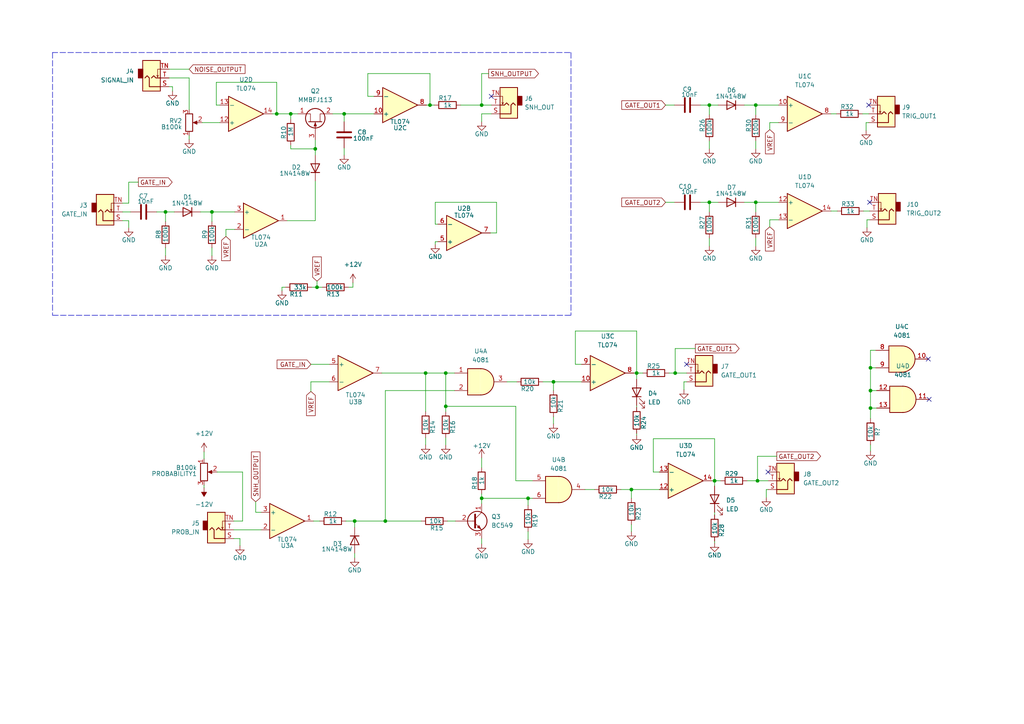
<source format=kicad_sch>
(kicad_sch (version 20211123) (generator eeschema)
  (paper "A4")
  (lib_symbols
    (symbol "4xxx:4081" (pin_names (offset 1.016))
      (property "Reference" "U" (at 0 1.27 0))
      (property "Value" "4081" (at 0 -1.27 0))
      (symbol "4081_1_1"
        (arc (start 0 -3.81) (mid 3.81 0) (end 0 3.81) (stroke (width 0.254)) (fill (type background)))
        (polyline (pts (xy 0 3.81) (xy -3.81 3.81) (xy -3.81 -3.81) (xy 0 -3.81)) (stroke (width 0.254)) (fill (type background)))
        (pin input line (at -7.62 2.54 0) (length 3.81) (name "~") (number "1"))
        (pin input line (at -7.62 -2.54 0) (length 3.81) (name "~") (number "2"))
        (pin output line (at 7.62 0 180) (length 3.81) (name "~") (number "3"))
      )
      (symbol "4081_1_2"
        (arc (start -3.81 -3.81) (mid -2.589 0) (end -3.81 3.81) (stroke (width 0.254)))
        (arc (start -0.6096 -3.81) (mid 2.1842 -2.5851) (end 3.81 0) (stroke (width 0.254)) (fill (type background)))
        (polyline (pts (xy -3.81 -3.81) (xy -0.635 -3.81)) (stroke (width 0.254)) (fill (type background)))
        (polyline (pts (xy -3.81 3.81) (xy -0.635 3.81)) (stroke (width 0.254)) (fill (type background)))
        (polyline (pts (xy -0.635 3.81) (xy -3.81 3.81) (xy -3.81 3.81) (xy -3.556 3.4036) (xy -3.0226 2.2606) (xy -2.6924 1.0414) (xy -2.6162 -0.254) (xy -2.7686 -1.4986) (xy -3.175 -2.7178) (xy -3.81 -3.81) (xy -3.81 -3.81) (xy -0.635 -3.81)) (stroke (width -25.4)) (fill (type background)))
        (arc (start 3.81 0) (mid 2.1915 2.5936) (end -0.6096 3.81) (stroke (width 0.254)) (fill (type background)))
        (pin input inverted (at -7.62 2.54 0) (length 4.318) (name "~") (number "1"))
        (pin input inverted (at -7.62 -2.54 0) (length 4.318) (name "~") (number "2"))
        (pin output inverted (at 7.62 0 180) (length 3.81) (name "~") (number "3"))
      )
      (symbol "4081_2_1"
        (arc (start 0 -3.81) (mid 3.81 0) (end 0 3.81) (stroke (width 0.254)) (fill (type background)))
        (polyline (pts (xy 0 3.81) (xy -3.81 3.81) (xy -3.81 -3.81) (xy 0 -3.81)) (stroke (width 0.254)) (fill (type background)))
        (pin output line (at 7.62 0 180) (length 3.81) (name "~") (number "4"))
        (pin input line (at -7.62 2.54 0) (length 3.81) (name "~") (number "5"))
        (pin input line (at -7.62 -2.54 0) (length 3.81) (name "~") (number "6"))
      )
      (symbol "4081_2_2"
        (arc (start -3.81 -3.81) (mid -2.589 0) (end -3.81 3.81) (stroke (width 0.254)))
        (arc (start -0.6096 -3.81) (mid 2.1842 -2.5851) (end 3.81 0) (stroke (width 0.254)) (fill (type background)))
        (polyline (pts (xy -3.81 -3.81) (xy -0.635 -3.81)) (stroke (width 0.254)) (fill (type background)))
        (polyline (pts (xy -3.81 3.81) (xy -0.635 3.81)) (stroke (width 0.254)) (fill (type background)))
        (polyline (pts (xy -0.635 3.81) (xy -3.81 3.81) (xy -3.81 3.81) (xy -3.556 3.4036) (xy -3.0226 2.2606) (xy -2.6924 1.0414) (xy -2.6162 -0.254) (xy -2.7686 -1.4986) (xy -3.175 -2.7178) (xy -3.81 -3.81) (xy -3.81 -3.81) (xy -0.635 -3.81)) (stroke (width -25.4)) (fill (type background)))
        (arc (start 3.81 0) (mid 2.1915 2.5936) (end -0.6096 3.81) (stroke (width 0.254)) (fill (type background)))
        (pin output inverted (at 7.62 0 180) (length 3.81) (name "~") (number "4"))
        (pin input inverted (at -7.62 2.54 0) (length 4.318) (name "~") (number "5"))
        (pin input inverted (at -7.62 -2.54 0) (length 4.318) (name "~") (number "6"))
      )
      (symbol "4081_3_1"
        (arc (start 0 -3.81) (mid 3.81 0) (end 0 3.81) (stroke (width 0.254)) (fill (type background)))
        (polyline (pts (xy 0 3.81) (xy -3.81 3.81) (xy -3.81 -3.81) (xy 0 -3.81)) (stroke (width 0.254)) (fill (type background)))
        (pin output line (at 7.62 0 180) (length 3.81) (name "~") (number "10"))
        (pin input line (at -7.62 2.54 0) (length 3.81) (name "~") (number "8"))
        (pin input line (at -7.62 -2.54 0) (length 3.81) (name "~") (number "9"))
      )
      (symbol "4081_3_2"
        (arc (start -3.81 -3.81) (mid -2.589 0) (end -3.81 3.81) (stroke (width 0.254)))
        (arc (start -0.6096 -3.81) (mid 2.1842 -2.5851) (end 3.81 0) (stroke (width 0.254)) (fill (type background)))
        (polyline (pts (xy -3.81 -3.81) (xy -0.635 -3.81)) (stroke (width 0.254)) (fill (type background)))
        (polyline (pts (xy -3.81 3.81) (xy -0.635 3.81)) (stroke (width 0.254)) (fill (type background)))
        (polyline (pts (xy -0.635 3.81) (xy -3.81 3.81) (xy -3.81 3.81) (xy -3.556 3.4036) (xy -3.0226 2.2606) (xy -2.6924 1.0414) (xy -2.6162 -0.254) (xy -2.7686 -1.4986) (xy -3.175 -2.7178) (xy -3.81 -3.81) (xy -3.81 -3.81) (xy -0.635 -3.81)) (stroke (width -25.4)) (fill (type background)))
        (arc (start 3.81 0) (mid 2.1915 2.5936) (end -0.6096 3.81) (stroke (width 0.254)) (fill (type background)))
        (pin output inverted (at 7.62 0 180) (length 3.81) (name "~") (number "10"))
        (pin input inverted (at -7.62 2.54 0) (length 4.318) (name "~") (number "8"))
        (pin input inverted (at -7.62 -2.54 0) (length 4.318) (name "~") (number "9"))
      )
      (symbol "4081_4_1"
        (arc (start 0 -3.81) (mid 3.81 0) (end 0 3.81) (stroke (width 0.254)) (fill (type background)))
        (polyline (pts (xy 0 3.81) (xy -3.81 3.81) (xy -3.81 -3.81) (xy 0 -3.81)) (stroke (width 0.254)) (fill (type background)))
        (pin output line (at 7.62 0 180) (length 3.81) (name "~") (number "11"))
        (pin input line (at -7.62 2.54 0) (length 3.81) (name "~") (number "12"))
        (pin input line (at -7.62 -2.54 0) (length 3.81) (name "~") (number "13"))
      )
      (symbol "4081_4_2"
        (arc (start -3.81 -3.81) (mid -2.589 0) (end -3.81 3.81) (stroke (width 0.254)))
        (arc (start -0.6096 -3.81) (mid 2.1842 -2.5851) (end 3.81 0) (stroke (width 0.254)) (fill (type background)))
        (polyline (pts (xy -3.81 -3.81) (xy -0.635 -3.81)) (stroke (width 0.254)) (fill (type background)))
        (polyline (pts (xy -3.81 3.81) (xy -0.635 3.81)) (stroke (width 0.254)) (fill (type background)))
        (polyline (pts (xy -0.635 3.81) (xy -3.81 3.81) (xy -3.81 3.81) (xy -3.556 3.4036) (xy -3.0226 2.2606) (xy -2.6924 1.0414) (xy -2.6162 -0.254) (xy -2.7686 -1.4986) (xy -3.175 -2.7178) (xy -3.81 -3.81) (xy -3.81 -3.81) (xy -0.635 -3.81)) (stroke (width -25.4)) (fill (type background)))
        (arc (start 3.81 0) (mid 2.1915 2.5936) (end -0.6096 3.81) (stroke (width 0.254)) (fill (type background)))
        (pin output inverted (at 7.62 0 180) (length 3.81) (name "~") (number "11"))
        (pin input inverted (at -7.62 2.54 0) (length 4.318) (name "~") (number "12"))
        (pin input inverted (at -7.62 -2.54 0) (length 4.318) (name "~") (number "13"))
      )
      (symbol "4081_5_0"
        (pin power_in line (at 0 12.7 270) (length 5.08) (name "VDD") (number "14"))
        (pin power_in line (at 0 -12.7 90) (length 5.08) (name "VSS") (number "7"))
      )
      (symbol "4081_5_1"
        (rectangle (start -5.08 7.62) (end 5.08 -7.62) (stroke (width 0.254)) (fill (type background)))
      )
    )
    (symbol "Amplifier_Operational:TL074" (pin_names (offset 0.127))
      (property "Reference" "U" (at 0 5.08 0))
      (property "Value" "TL074" (at 0 -5.08 0))
      (symbol "TL074_1_1"
        (polyline (pts (xy -5.08 5.08) (xy 5.08 0) (xy -5.08 -5.08) (xy -5.08 5.08)) (stroke (width 0.254)) (fill (type background)))
        (pin output line (at 7.62 0 180) (length 2.54) (name "~") (number "1"))
        (pin input line (at -7.62 -2.54 0) (length 2.54) (name "-") (number "2"))
        (pin input line (at -7.62 2.54 0) (length 2.54) (name "+") (number "3"))
      )
      (symbol "TL074_2_1"
        (polyline (pts (xy -5.08 5.08) (xy 5.08 0) (xy -5.08 -5.08) (xy -5.08 5.08)) (stroke (width 0.254)) (fill (type background)))
        (pin input line (at -7.62 2.54 0) (length 2.54) (name "+") (number "5"))
        (pin input line (at -7.62 -2.54 0) (length 2.54) (name "-") (number "6"))
        (pin output line (at 7.62 0 180) (length 2.54) (name "~") (number "7"))
      )
      (symbol "TL074_3_1"
        (polyline (pts (xy -5.08 5.08) (xy 5.08 0) (xy -5.08 -5.08) (xy -5.08 5.08)) (stroke (width 0.254)) (fill (type background)))
        (pin input line (at -7.62 2.54 0) (length 2.54) (name "+") (number "10"))
        (pin output line (at 7.62 0 180) (length 2.54) (name "~") (number "8"))
        (pin input line (at -7.62 -2.54 0) (length 2.54) (name "-") (number "9"))
      )
      (symbol "TL074_4_1"
        (polyline (pts (xy -5.08 5.08) (xy 5.08 0) (xy -5.08 -5.08) (xy -5.08 5.08)) (stroke (width 0.254)) (fill (type background)))
        (pin input line (at -7.62 2.54 0) (length 2.54) (name "+") (number "12"))
        (pin input line (at -7.62 -2.54 0) (length 2.54) (name "-") (number "13"))
        (pin output line (at 7.62 0 180) (length 2.54) (name "~") (number "14"))
      )
      (symbol "TL074_5_1"
        (pin power_in line (at -2.54 -7.62 90) (length 3.81) (name "V-") (number "11"))
        (pin power_in line (at -2.54 7.62 270) (length 3.81) (name "V+") (number "4"))
      )
    )
    (symbol "Connector:AudioJack2_SwitchT"
      (property "Reference" "J" (at 0 8.89 0))
      (property "Value" "AudioJack2_SwitchT" (at 0 6.35 0))
      (symbol "AudioJack2_SwitchT_0_1"
        (rectangle (start -2.54 0) (end -3.81 -2.54) (stroke (width 0.254)) (fill (type outline)))
        (polyline (pts (xy 1.778 -0.254) (xy 2.032 -0.762)))
        (polyline (pts (xy 0 0) (xy 0.635 -0.635) (xy 1.27 0) (xy 2.54 0)) (stroke (width 0.254)))
        (polyline (pts (xy 2.54 -2.54) (xy 1.778 -2.54) (xy 1.778 -0.254) (xy 1.524 -0.762)))
        (polyline (pts (xy 2.54 2.54) (xy -0.635 2.54) (xy -0.635 0) (xy -1.27 -0.635) (xy -1.905 0)) (stroke (width 0.254)))
        (rectangle (start 2.54 3.81) (end -2.54 -5.08) (stroke (width 0.254)) (fill (type background)))
      )
      (symbol "AudioJack2_SwitchT_1_1"
        (pin passive line (at 5.08 2.54 180) (length 2.54) (name "~") (number "S"))
        (pin passive line (at 5.08 0 180) (length 2.54) (name "~") (number "T"))
        (pin passive line (at 5.08 -2.54 180) (length 2.54) (name "~") (number "TN"))
      )
    )
    (symbol "Device:C" (pin_numbers hide) (pin_names (offset 0.254))
      (property "Reference" "C" (at 0.635 2.54 0))
      (property "Value" "C" (at 0.635 -2.54 0))
      (symbol "C_0_1"
        (polyline (pts (xy -2.032 -0.762) (xy 2.032 -0.762)) (stroke (width 0.508)))
        (polyline (pts (xy -2.032 0.762) (xy 2.032 0.762)) (stroke (width 0.508)))
      )
      (symbol "C_1_1"
        (pin passive line (at 0 3.81 270) (length 2.794) (name "~") (number "1"))
        (pin passive line (at 0 -3.81 90) (length 2.794) (name "~") (number "2"))
      )
    )
    (symbol "Device:LED" (pin_numbers hide) (pin_names (offset 1.016) hide)
      (property "Reference" "D" (at 0 2.54 0))
      (property "Value" "LED" (at 0 -2.54 0))
      (symbol "LED_0_1"
        (polyline (pts (xy -1.27 -1.27) (xy -1.27 1.27)) (stroke (width 0.254)))
        (polyline (pts (xy -1.27 0) (xy 1.27 0)))
        (polyline (pts (xy 1.27 -1.27) (xy 1.27 1.27) (xy -1.27 0) (xy 1.27 -1.27)) (stroke (width 0.254)))
        (polyline (pts (xy -3.048 -0.762) (xy -4.572 -2.286) (xy -3.81 -2.286) (xy -4.572 -2.286) (xy -4.572 -1.524)))
        (polyline (pts (xy -1.778 -0.762) (xy -3.302 -2.286) (xy -2.54 -2.286) (xy -3.302 -2.286) (xy -3.302 -1.524)))
      )
      (symbol "LED_1_1"
        (pin passive line (at -3.81 0 0) (length 2.54) (name "K") (number "1"))
        (pin passive line (at 3.81 0 180) (length 2.54) (name "A") (number "2"))
      )
    )
    (symbol "Device:R" (pin_numbers hide) (pin_names (offset 0))
      (property "Reference" "R" (at 2.032 0 90))
      (property "Value" "R" (at 0 0 90))
      (symbol "R_0_1"
        (rectangle (start -1.016 -2.54) (end 1.016 2.54) (stroke (width 0.254)))
      )
      (symbol "R_1_1"
        (pin passive line (at 0 3.81 270) (length 1.27) (name "~") (number "1"))
        (pin passive line (at 0 -3.81 90) (length 1.27) (name "~") (number "2"))
      )
    )
    (symbol "Device:R_Potentiometer" (pin_names (offset 1.016) hide)
      (property "Reference" "RV" (at -4.445 0 90))
      (property "Value" "R_Potentiometer" (at -2.54 0 90))
      (symbol "R_Potentiometer_0_1"
        (polyline (pts (xy 2.54 0) (xy 1.524 0)))
        (polyline (pts (xy 1.143 0) (xy 2.286 0.508) (xy 2.286 -0.508) (xy 1.143 0)) (fill (type outline)))
        (rectangle (start 1.016 2.54) (end -1.016 -2.54) (stroke (width 0.254)))
      )
      (symbol "R_Potentiometer_1_1"
        (pin passive line (at 0 3.81 270) (length 1.27) (name "1") (number "1"))
        (pin passive line (at 3.81 0 180) (length 1.27) (name "2") (number "2"))
        (pin passive line (at 0 -3.81 90) (length 1.27) (name "3") (number "3"))
      )
    )
    (symbol "Diode:1N4148W" (pin_numbers hide) (pin_names hide)
      (property "Reference" "D" (at 0 2.54 0))
      (property "Value" "1N4148W" (at 0 -2.54 0))
      (symbol "1N4148W_0_1"
        (polyline (pts (xy -1.27 1.27) (xy -1.27 -1.27)) (stroke (width 0.254)))
        (polyline (pts (xy 1.27 0) (xy -1.27 0)))
        (polyline (pts (xy 1.27 1.27) (xy 1.27 -1.27) (xy -1.27 0) (xy 1.27 1.27)) (stroke (width 0.254)))
      )
      (symbol "1N4148W_1_1"
        (pin passive line (at -3.81 0 0) (length 2.54) (name "K") (number "1"))
        (pin passive line (at 3.81 0 180) (length 2.54) (name "A") (number "2"))
      )
    )
    (symbol "Transistor_BJT:BC549" (pin_names (offset 0) hide)
      (property "Reference" "Q" (at 5.08 1.905 0))
      (property "Value" "BC549" (at 5.08 0 0))
      (symbol "BC549_0_1"
        (polyline (pts (xy 0 0) (xy 0.635 0)))
        (polyline (pts (xy 0.635 0.635) (xy 2.54 2.54)))
        (polyline (pts (xy 0.635 -0.635) (xy 2.54 -2.54) (xy 2.54 -2.54)))
        (polyline (pts (xy 0.635 1.905) (xy 0.635 -1.905) (xy 0.635 -1.905)) (stroke (width 0.508)))
        (polyline (pts (xy 1.27 -1.778) (xy 1.778 -1.27) (xy 2.286 -2.286) (xy 1.27 -1.778) (xy 1.27 -1.778)) (fill (type outline)))
        (circle (center 1.27 0) (radius 2.8194) (stroke (width 0.254)))
      )
      (symbol "BC549_1_1"
        (pin passive line (at 2.54 5.08 270) (length 2.54) (name "C") (number "1"))
        (pin input line (at -5.08 0 0) (length 5.08) (name "B") (number "2"))
        (pin passive line (at 2.54 -5.08 90) (length 2.54) (name "E") (number "3"))
      )
    )
    (symbol "Transistor_FET:MMBFJ113" (pin_names hide)
      (property "Reference" "Q" (at 5.08 1.905 0))
      (property "Value" "MMBFJ113" (at 5.08 0 0))
      (symbol "MMBFJ113_0_1"
        (polyline (pts (xy 0.254 0) (xy -2.54 0)))
        (polyline (pts (xy 0.254 1.905) (xy 0.254 -1.905)) (stroke (width 0.254)))
        (polyline (pts (xy 2.54 -2.54) (xy 2.54 -1.397) (xy 0.254 -1.397)))
        (polyline (pts (xy 2.54 2.54) (xy 2.54 1.397) (xy 0.254 1.397)))
        (polyline (pts (xy 0 0) (xy -1.016 0.381) (xy -1.016 -0.381) (xy 0 0)) (fill (type outline)))
        (circle (center 1.27 0) (radius 2.8194) (stroke (width 0.254)))
      )
      (symbol "MMBFJ113_1_1"
        (pin passive line (at 2.54 5.08 270) (length 2.54) (name "D") (number "1"))
        (pin passive line (at 2.54 -5.08 90) (length 2.54) (name "S") (number "2"))
        (pin input line (at -5.08 0 0) (length 2.54) (name "G") (number "3"))
      )
    )
    (symbol "power:+12V" (power) (pin_names (offset 0))
      (property "Value" "+12V" (at 0 3.556 0))
      (symbol "+12V_0_1"
        (polyline (pts (xy -0.762 1.27) (xy 0 2.54)))
        (polyline (pts (xy 0 0) (xy 0 2.54)))
        (polyline (pts (xy 0 2.54) (xy 0.762 1.27)))
      )
      (symbol "+12V_1_1"
        (pin power_in line (at 0 0 90) (length 0) hide (name "+12V") (number "1"))
      )
    )
    (symbol "power:-12V" (power) (pin_names (offset 0))
      (property "Value" "-12V" (at 0 3.81 0))
      (symbol "-12V_0_0"
        (pin power_in line (at 0 0 90) (length 0) hide (name "-12V") (number "1"))
      )
      (symbol "-12V_0_1"
        (polyline (pts (xy 0 0) (xy 0 1.27) (xy 0.762 1.27) (xy 0 2.54) (xy -0.762 1.27) (xy 0 1.27)) (fill (type outline)))
      )
    )
    (symbol "power:GND" (power) (pin_names (offset 0))
      (property "Value" "GND" (at 0 -3.81 0))
      (symbol "GND_0_1"
        (polyline (pts (xy 0 0) (xy 0 -1.27) (xy 1.27 -1.27) (xy 0 -2.54) (xy -1.27 -1.27) (xy 0 -1.27)))
      )
      (symbol "GND_1_1"
        (pin power_in line (at 0 0 270) (length 0) hide (name "GND") (number "1"))
      )
    )
  )
  (junction (at 205.74 58.674))
  (junction (at 252.476 113.284))
  (junction (at 195.834 108.204))
  (junction (at 124.714 30.48))
  (junction (at 91.948 83.312))
  (junction (at 184.658 108.204))
  (junction (at 129.286 117.856))
  (junction (at 102.87 151.13))
  (junction (at 129.286 108.204))
  (junction (at 61.468 61.468))
  (junction (at 80.264 33.02))
  (junction (at 139.7 30.48))
  (junction (at 160.528 110.744))
  (junction (at 252.476 106.68))
  (junction (at 207.264 139.446))
  (junction (at 219.71 139.446))
  (junction (at 99.822 33.02))
  (junction (at 139.7 144.526))
  (junction (at 48.006 61.468))
  (junction (at 183.134 141.986))
  (junction (at 84.328 33.02))
  (junction (at 252.476 118.364))
  (junction (at 205.74 30.48))
  (junction (at 123.444 108.204))
  (junction (at 219.202 58.674))
  (junction (at 219.202 30.48))
  (junction (at 91.44 43.18))
  (junction (at 111.76 151.13))
  (junction (at 153.162 144.526))
  (no_connect (at 142.494 27.94))
  (no_connect (at 222.758 136.906))
  (no_connect (at 269.24 104.14))
  (no_connect (at 251.968 30.48))
  (no_connect (at 269.494 115.824))
  (no_connect (at 199.136 105.664))
  (no_connect (at 252.222 58.674))
  (wire (pts (xy 225.298 132.334) (xy 219.71 132.334)))
  (wire (pts (xy 189.484 136.906) (xy 189.484 127.254)))
  (wire (pts (xy 61.468 61.468) (xy 61.468 64.262)))
  (wire (pts (xy 59.182 140.716) (xy 59.182 141.478)))
  (wire (pts (xy 67.818 151.13) (xy 70.358 151.13)))
  (wire (pts (xy 139.7 132.842) (xy 139.7 135.636)))
  (wire (pts (xy 84.328 43.18) (xy 91.44 43.18)))
  (wire (pts (xy 84.328 42.164) (xy 84.328 43.18)))
  (wire (pts (xy 37.338 66.04) (xy 37.338 64.008)))
  (wire (pts (xy 142.24 67.564) (xy 144.018 67.564)))
  (wire (pts (xy 48.006 61.468) (xy 48.006 64.262)))
  (wire (pts (xy 78.994 33.02) (xy 80.264 33.02)))
  (wire (pts (xy 206.502 139.446) (xy 207.264 139.446)))
  (wire (pts (xy 74.168 145.542) (xy 74.168 148.59)))
  (wire (pts (xy 50.038 26.416) (xy 50.038 25.146)))
  (wire (pts (xy 193.04 58.674) (xy 195.58 58.674)))
  (wire (pts (xy 123.444 108.204) (xy 123.444 119.38)))
  (wire (pts (xy 58.166 61.468) (xy 61.468 61.468)))
  (wire (pts (xy 91.44 52.578) (xy 91.44 64.008)))
  (wire (pts (xy 62.992 136.906) (xy 70.358 136.906)))
  (wire (pts (xy 157.48 110.744) (xy 160.528 110.744)))
  (wire (pts (xy 252.476 106.68) (xy 254 106.68)))
  (wire (pts (xy 80.264 33.02) (xy 84.328 33.02)))
  (wire (pts (xy 129.286 117.856) (xy 149.606 117.856)))
  (wire (pts (xy 225.806 63.754) (xy 223.266 63.754)))
  (wire (pts (xy 139.7 30.48) (xy 139.7 21.336)))
  (wire (pts (xy 184.658 108.204) (xy 186.436 108.204)))
  (wire (pts (xy 70.358 136.906) (xy 70.358 151.13)))
  (wire (pts (xy 61.468 61.468) (xy 68.072 61.468)))
  (wire (pts (xy 59.182 131.064) (xy 59.182 133.096)))
  (wire (pts (xy 54.864 22.606) (xy 54.864 31.75)))
  (wire (pts (xy 223.266 63.754) (xy 223.266 65.786)))
  (wire (pts (xy 37.338 52.832) (xy 37.338 58.928)))
  (wire (pts (xy 252.476 118.364) (xy 252.476 121.412)))
  (polyline (pts (xy 15.24 15.24) (xy 15.24 91.44)))
  (wire (pts (xy 184.658 117.602) (xy 184.658 118.11)))
  (wire (pts (xy 139.7 33.02) (xy 139.7 35.306)))
  (wire (pts (xy 133.604 30.48) (xy 139.7 30.48)))
  (wire (pts (xy 241.046 61.214) (xy 242.824 61.214)))
  (wire (pts (xy 252.476 118.364) (xy 254.254 118.364)))
  (wire (pts (xy 100.33 151.13) (xy 102.87 151.13)))
  (wire (pts (xy 65.532 66.548) (xy 65.532 68.58)))
  (wire (pts (xy 67.818 153.67) (xy 75.692 153.67)))
  (wire (pts (xy 37.338 64.008) (xy 35.56 64.008)))
  (wire (pts (xy 49.022 20.066) (xy 54.864 20.066)))
  (wire (pts (xy 219.202 58.674) (xy 225.806 58.674)))
  (wire (pts (xy 62.738 23.876) (xy 80.264 23.876)))
  (wire (pts (xy 129.794 151.13) (xy 132.08 151.13)))
  (wire (pts (xy 160.528 110.744) (xy 168.656 110.744)))
  (wire (pts (xy 90.17 113.538) (xy 90.17 110.744)))
  (wire (pts (xy 203.2 58.674) (xy 205.74 58.674)))
  (wire (pts (xy 124.714 30.48) (xy 125.984 30.48)))
  (wire (pts (xy 58.674 35.56) (xy 63.754 35.56)))
  (wire (pts (xy 207.264 148.59) (xy 207.264 149.352)))
  (wire (pts (xy 251.206 35.56) (xy 251.206 37.846)))
  (wire (pts (xy 153.162 154.178) (xy 153.162 156.464)))
  (wire (pts (xy 222.25 141.986) (xy 222.25 144.272)))
  (wire (pts (xy 225.806 35.56) (xy 223.266 35.56)))
  (wire (pts (xy 205.74 58.674) (xy 208.28 58.674)))
  (wire (pts (xy 91.948 83.312) (xy 93.472 83.312)))
  (wire (pts (xy 106.68 21.336) (xy 124.714 21.336)))
  (wire (pts (xy 205.74 69.088) (xy 205.74 71.374)))
  (wire (pts (xy 147.066 110.744) (xy 149.86 110.744)))
  (polyline (pts (xy 165.608 15.24) (xy 165.608 91.44)))
  (wire (pts (xy 205.74 30.48) (xy 205.74 33.274)))
  (wire (pts (xy 99.822 33.02) (xy 108.458 33.02)))
  (wire (pts (xy 160.528 120.904) (xy 160.528 122.936)))
  (wire (pts (xy 74.168 148.59) (xy 75.692 148.59)))
  (wire (pts (xy 195.834 101.092) (xy 195.834 108.204)))
  (wire (pts (xy 45.466 61.468) (xy 48.006 61.468)))
  (wire (pts (xy 207.264 156.972) (xy 207.264 157.48)))
  (wire (pts (xy 252.476 129.032) (xy 252.476 130.81)))
  (wire (pts (xy 68.072 66.548) (xy 65.532 66.548)))
  (polyline (pts (xy 15.24 91.44) (xy 165.608 91.44)))
  (wire (pts (xy 63.754 30.48) (xy 62.738 30.48)))
  (wire (pts (xy 82.804 83.312) (xy 81.788 83.312)))
  (wire (pts (xy 123.444 127) (xy 123.444 129.032)))
  (wire (pts (xy 91.44 64.008) (xy 83.312 64.008)))
  (wire (pts (xy 108.458 27.94) (xy 106.68 27.94)))
  (wire (pts (xy 90.17 105.664) (xy 95.504 105.664)))
  (wire (pts (xy 129.286 108.204) (xy 129.286 117.856)))
  (wire (pts (xy 252.476 106.68) (xy 252.476 113.284)))
  (wire (pts (xy 91.948 81.534) (xy 91.948 83.312)))
  (wire (pts (xy 215.9 58.674) (xy 219.202 58.674)))
  (wire (pts (xy 124.714 21.336) (xy 124.714 30.48)))
  (wire (pts (xy 169.672 141.986) (xy 172.466 141.986)))
  (wire (pts (xy 219.202 30.48) (xy 225.806 30.48)))
  (wire (pts (xy 139.7 21.336) (xy 141.732 21.336)))
  (wire (pts (xy 111.76 113.284) (xy 131.826 113.284)))
  (wire (pts (xy 219.71 132.334) (xy 219.71 139.446)))
  (wire (pts (xy 49.022 22.606) (xy 54.864 22.606)))
  (wire (pts (xy 106.68 27.94) (xy 106.68 21.336)))
  (wire (pts (xy 193.04 30.48) (xy 195.58 30.48)))
  (wire (pts (xy 139.7 156.21) (xy 139.7 157.734)))
  (wire (pts (xy 166.878 105.664) (xy 166.878 96.012)))
  (wire (pts (xy 168.656 105.664) (xy 166.878 105.664)))
  (wire (pts (xy 241.046 33.02) (xy 242.57 33.02)))
  (wire (pts (xy 90.17 110.744) (xy 95.504 110.744)))
  (wire (pts (xy 129.286 127) (xy 129.286 129.032)))
  (wire (pts (xy 69.596 158.242) (xy 69.596 156.21)))
  (wire (pts (xy 207.264 139.446) (xy 207.264 140.97)))
  (wire (pts (xy 126.238 58.674) (xy 126.238 65.024)))
  (wire (pts (xy 195.834 108.204) (xy 199.136 108.204)))
  (wire (pts (xy 48.006 71.882) (xy 48.006 74.168)))
  (wire (pts (xy 205.74 58.674) (xy 205.74 61.468)))
  (wire (pts (xy 91.44 43.18) (xy 91.44 44.958)))
  (wire (pts (xy 216.662 139.446) (xy 219.71 139.446)))
  (wire (pts (xy 207.264 139.446) (xy 209.042 139.446)))
  (wire (pts (xy 250.19 33.02) (xy 251.968 33.02)))
  (wire (pts (xy 126.238 65.024) (xy 127 65.024)))
  (wire (pts (xy 160.528 113.284) (xy 160.528 110.744)))
  (wire (pts (xy 250.444 61.214) (xy 252.222 61.214)))
  (wire (pts (xy 139.7 144.526) (xy 139.7 146.05)))
  (wire (pts (xy 219.202 69.088) (xy 219.202 71.374)))
  (wire (pts (xy 99.822 33.02) (xy 99.822 35.306)))
  (wire (pts (xy 149.606 139.446) (xy 154.432 139.446)))
  (wire (pts (xy 69.596 156.21) (xy 67.818 156.21)))
  (wire (pts (xy 110.744 108.204) (xy 123.444 108.204)))
  (wire (pts (xy 184.658 125.73) (xy 184.658 126.238)))
  (wire (pts (xy 183.896 108.204) (xy 184.658 108.204)))
  (wire (pts (xy 40.132 52.832) (xy 37.338 52.832)))
  (wire (pts (xy 183.134 152.146) (xy 183.134 154.178)))
  (wire (pts (xy 184.658 96.012) (xy 184.658 108.204)))
  (wire (pts (xy 219.202 30.48) (xy 219.202 33.274)))
  (wire (pts (xy 144.018 58.674) (xy 126.238 58.674)))
  (wire (pts (xy 223.266 35.56) (xy 223.266 37.592)))
  (wire (pts (xy 54.864 39.37) (xy 54.864 40.386)))
  (wire (pts (xy 184.658 108.204) (xy 184.658 109.982)))
  (polyline (pts (xy 165.354 15.24) (xy 15.24 15.24)))
  (wire (pts (xy 123.444 108.204) (xy 129.286 108.204)))
  (wire (pts (xy 139.7 144.526) (xy 153.162 144.526)))
  (wire (pts (xy 251.968 35.56) (xy 251.206 35.56)))
  (wire (pts (xy 183.134 141.986) (xy 191.262 141.986)))
  (wire (pts (xy 111.76 151.13) (xy 122.174 151.13)))
  (wire (pts (xy 90.932 151.13) (xy 92.71 151.13)))
  (wire (pts (xy 48.006 61.468) (xy 50.546 61.468)))
  (wire (pts (xy 124.714 30.48) (xy 123.698 30.48)))
  (wire (pts (xy 222.758 141.986) (xy 222.25 141.986)))
  (wire (pts (xy 183.134 144.526) (xy 183.134 141.986)))
  (wire (pts (xy 142.494 33.02) (xy 139.7 33.02)))
  (wire (pts (xy 201.676 101.092) (xy 195.834 101.092)))
  (wire (pts (xy 198.374 110.744) (xy 198.374 113.03)))
  (wire (pts (xy 102.87 160.528) (xy 102.87 161.798)))
  (wire (pts (xy 96.52 33.02) (xy 99.822 33.02)))
  (wire (pts (xy 50.038 25.146) (xy 49.022 25.146)))
  (wire (pts (xy 252.476 101.6) (xy 252.476 106.68)))
  (wire (pts (xy 139.7 143.256) (xy 139.7 144.526)))
  (wire (pts (xy 254 101.6) (xy 252.476 101.6)))
  (wire (pts (xy 102.87 151.13) (xy 102.87 152.908)))
  (wire (pts (xy 254.254 113.284) (xy 252.476 113.284)))
  (wire (pts (xy 251.46 63.754) (xy 251.46 66.04)))
  (wire (pts (xy 99.822 42.926) (xy 99.822 44.958)))
  (wire (pts (xy 139.7 30.48) (xy 142.494 30.48)))
  (wire (pts (xy 126.238 70.104) (xy 126.238 70.866)))
  (wire (pts (xy 81.788 83.312) (xy 81.788 84.328)))
  (wire (pts (xy 127 70.104) (xy 126.238 70.104)))
  (wire (pts (xy 129.286 117.856) (xy 129.286 119.38)))
  (wire (pts (xy 215.9 30.48) (xy 219.202 30.48)))
  (wire (pts (xy 37.338 58.928) (xy 35.56 58.928)))
  (wire (pts (xy 102.87 151.13) (xy 111.76 151.13)))
  (wire (pts (xy 219.202 58.674) (xy 219.202 61.468)))
  (wire (pts (xy 144.018 67.564) (xy 144.018 58.674)))
  (wire (pts (xy 35.56 61.468) (xy 37.846 61.468)))
  (wire (pts (xy 219.202 40.894) (xy 219.202 43.18)))
  (wire (pts (xy 153.162 144.526) (xy 154.432 144.526)))
  (wire (pts (xy 203.2 30.48) (xy 205.74 30.48)))
  (wire (pts (xy 149.606 117.856) (xy 149.606 139.446)))
  (wire (pts (xy 102.362 82.042) (xy 102.362 83.312)))
  (wire (pts (xy 111.76 113.284) (xy 111.76 151.13)))
  (wire (pts (xy 205.74 40.894) (xy 205.74 43.18)))
  (wire (pts (xy 61.468 71.882) (xy 61.468 74.168)))
  (wire (pts (xy 166.878 96.012) (xy 184.658 96.012)))
  (wire (pts (xy 153.162 144.526) (xy 153.162 146.558)))
  (wire (pts (xy 80.264 23.876) (xy 80.264 33.02)))
  (wire (pts (xy 90.424 83.312) (xy 91.948 83.312)))
  (wire (pts (xy 102.362 83.312) (xy 101.092 83.312)))
  (wire (pts (xy 207.264 127.254) (xy 207.264 139.446)))
  (wire (pts (xy 84.328 33.02) (xy 86.36 33.02)))
  (wire (pts (xy 205.74 30.48) (xy 208.28 30.48)))
  (wire (pts (xy 189.484 127.254) (xy 207.264 127.254)))
  (wire (pts (xy 199.136 110.744) (xy 198.374 110.744)))
  (wire (pts (xy 252.476 113.284) (xy 252.476 118.364)))
  (wire (pts (xy 194.056 108.204) (xy 195.834 108.204)))
  (wire (pts (xy 180.086 141.986) (xy 183.134 141.986)))
  (wire (pts (xy 62.738 30.48) (xy 62.738 23.876)))
  (wire (pts (xy 91.44 40.64) (xy 91.44 43.18)))
  (wire (pts (xy 252.222 63.754) (xy 251.46 63.754)))
  (wire (pts (xy 191.262 136.906) (xy 189.484 136.906)))
  (wire (pts (xy 219.71 139.446) (xy 222.758 139.446)))
  (wire (pts (xy 84.328 33.02) (xy 84.328 34.544)))
  (wire (pts (xy 129.286 108.204) (xy 131.826 108.204)))
  (global_label "GATE_OUT1" (shape input) (at 193.04 30.48 180) (property "Intersheet References" "${INTERSHEET_REFS}" (effects hide)))
  (global_label "GATE_IN" (shape output) (at 40.132 52.832 0) (property "Intersheet References" "${INTERSHEET_REFS}" (effects hide)))
  (global_label "GATE_OUT2" (shape input) (at 193.04 58.674 180) (property "Intersheet References" "${INTERSHEET_REFS}" (effects hide)))
  (global_label "VREF" (shape input) (at 65.532 68.58 270) (property "Intersheet References" "${INTERSHEET_REFS}" (effects hide)))
  (global_label "NOISE_OUTPUT" (shape input) (at 54.864 20.066 0) (property "Intersheet References" "${INTERSHEET_REFS}" (effects hide)))
  (global_label "VREF" (shape input) (at 91.948 81.534 90) (property "Intersheet References" "${INTERSHEET_REFS}" (effects hide)))
  (global_label "VREF" (shape input) (at 90.17 113.538 270) (property "Intersheet References" "${INTERSHEET_REFS}" (effects hide)))
  (global_label "SNH_OUTPUT" (shape input) (at 74.168 145.542 90) (property "Intersheet References" "${INTERSHEET_REFS}" (effects hide)))
  (global_label "GATE_IN" (shape input) (at 90.17 105.664 180) (property "Intersheet References" "${INTERSHEET_REFS}" (effects hide)))
  (global_label "GATE_OUT1" (shape output) (at 201.676 101.092 0) (property "Intersheet References" "${INTERSHEET_REFS}" (effects hide)))
  (global_label "GATE_OUT2" (shape output) (at 225.298 132.334 0) (property "Intersheet References" "${INTERSHEET_REFS}" (effects hide)))
  (global_label "VREF" (shape input) (at 223.266 65.786 270) (property "Intersheet References" "${INTERSHEET_REFS}" (effects hide)))
  (global_label "VREF" (shape input) (at 223.266 37.592 270) (property "Intersheet References" "${INTERSHEET_REFS}" (effects hide)))
  (global_label "SNH_OUTPUT" (shape output) (at 141.732 21.336 0) (property "Intersheet References" "${INTERSHEET_REFS}" (effects hide)))
  (symbol (lib_id "Connector:AudioJack2_SwitchT") (at 257.048 33.02 180) (unit 1)
    (property "Reference" "J9" (at 261.62 31.1149 0) (effects (justify right)))
    (property "Value" "TRIG_OUT1" (at 261.62 33.6549 0) (effects (justify right)))
    (property "Footprint" "benjiaomodular:AudioJack_3.5mm" (effects hide))
  )
  (symbol (lib_id "Device:R") (at 96.52 151.13 90) (unit 1)
    (property "Reference" "R12" (at 97.79 149.098 90) (effects (justify left)))
    (property "Value" "1k" (at 97.79 151.13 90) (effects (justify left)))
    (property "Footprint" "Resistor_SMD:R_0603_1608Metric_Pad0.98x0.95mm_HandSolder" (effects hide))
  )
  (symbol (lib_id "power:+12V") (at 102.362 82.042 0) (unit 1)
    (property "Reference" "#PWR029" (effects hide))
    (property "Value" "+12V" (at 102.362 76.708 0))
  )
  (symbol (lib_id "Device:C") (at 199.39 58.674 90) (unit 1)
    (property "Reference" "C10" (at 200.66 54.102 90) (effects (justify left)))
    (property "Value" "10nF" (at 202.438 55.626 90) (effects (justify left)))
    (property "Footprint" "Capacitor_SMD:C_0603_1608Metric_Pad1.08x0.95mm_HandSolder" (effects hide))
  )
  (symbol (lib_id "Connector:AudioJack2_SwitchT") (at 204.216 108.204 180) (unit 1)
    (property "Reference" "J7" (at 209.042 106.2989 0) (effects (justify right)))
    (property "Value" "GATE_OUT1" (at 209.042 108.8389 0) (effects (justify right)))
    (property "Footprint" "benjiaomodular:AudioJack_3.5mm" (effects hide))
  )
  (symbol (lib_id "power:+12V") (at 139.7 132.842 0) (unit 1)
    (property "Reference" "#PWR035" (effects hide))
    (property "Value" "+12V" (at 139.7 129.286 0))
  )
  (symbol (lib_id "Diode:1N4148W") (at 212.09 30.48 180) (unit 1)
    (property "Reference" "D6" (at 210.82 26.162 0) (effects (justify right)))
    (property "Value" "1N4148W" (at 207.518 27.94 0) (effects (justify right)))
    (property "Footprint" "Diode_SMD:D_SOD-123" (effects hide))
    (property "Datasheet" "https://www.vishay.com/docs/85748/1n4148w.pdf" (effects hide))
  )
  (symbol (lib_id "Amplifier_Operational:TL074") (at 83.312 151.13 0) (unit 1)
    (property "Reference" "U3" (at 83.312 158.242 0))
    (property "Value" "TL074" (at 83.312 156.464 0))
    (property "Footprint" "Package_SO:SOIC-14_3.9x8.7mm_P1.27mm" (effects hide))
    (property "Datasheet" "http://www.ti.com/lit/ds/symlink/tl071.pdf" (effects hide))
  )
  (symbol (lib_id "Device:R") (at 123.444 123.19 180) (unit 1)
    (property "Reference" "R14" (at 125.476 121.92 90) (effects (justify left)))
    (property "Value" "10k" (at 123.444 121.412 90) (effects (justify left)))
    (property "Footprint" "Resistor_SMD:R_0603_1608Metric_Pad0.98x0.95mm_HandSolder" (effects hide))
  )
  (symbol (lib_id "Device:R") (at 207.264 153.162 180) (unit 1)
    (property "Reference" "R28" (at 209.296 151.892 90) (effects (justify left)))
    (property "Value" "10k" (at 207.264 151.384 90) (effects (justify left)))
    (property "Footprint" "Resistor_SMD:R_0603_1608Metric_Pad0.98x0.95mm_HandSolder" (effects hide))
  )
  (symbol (lib_id "Amplifier_Operational:TL074") (at 176.276 108.204 0) (mirror x) (unit 3)
    (property "Reference" "U3" (at 176.276 97.536 0))
    (property "Value" "TL074" (at 176.276 100.076 0))
    (property "Footprint" "Package_SO:SOIC-14_3.9x8.7mm_P1.27mm" (effects hide))
    (property "Datasheet" "http://www.ti.com/lit/ds/symlink/tl071.pdf" (effects hide))
  )
  (symbol (lib_id "Amplifier_Operational:TL074") (at 233.426 61.214 0) (unit 4)
    (property "Reference" "U1" (at 233.426 51.308 0))
    (property "Value" "TL074" (at 233.426 53.848 0))
    (property "Footprint" "Package_SO:SOIC-14_3.9x8.7mm_P1.27mm" (effects hide))
    (property "Datasheet" "http://www.ti.com/lit/ds/symlink/tl071.pdf" (effects hide))
  )
  (symbol (lib_id "power:GND") (at 251.206 37.846 0) (unit 1)
    (property "Reference" "#PWR048" (effects hide))
    (property "Value" "GND" (at 251.206 41.402 0))
  )
  (symbol (lib_id "Device:R") (at 184.658 121.92 180) (unit 1)
    (property "Reference" "R24" (at 186.69 120.65 90) (effects (justify left)))
    (property "Value" "10k" (at 184.658 120.142 90) (effects (justify left)))
    (property "Footprint" "Resistor_SMD:R_0603_1608Metric_Pad0.98x0.95mm_HandSolder" (effects hide))
  )
  (symbol (lib_id "Device:C") (at 199.39 30.48 90) (unit 1)
    (property "Reference" "C9" (at 200.66 25.908 90) (effects (justify left)))
    (property "Value" "10nF" (at 202.438 27.432 90) (effects (justify left)))
    (property "Footprint" "Capacitor_SMD:C_0603_1608Metric_Pad1.08x0.95mm_HandSolder" (effects hide))
  )
  (symbol (lib_id "power:GND") (at 54.864 40.386 0) (unit 1)
    (property "Reference" "#PWR022" (effects hide))
    (property "Value" "GND" (at 54.864 43.942 0))
  )
  (symbol (lib_id "power:GND") (at 139.7 35.306 0) (unit 1)
    (property "Reference" "#PWR034" (effects hide))
    (property "Value" "GND" (at 139.7 38.862 0))
  )
  (symbol (lib_id "power:GND") (at 153.162 156.464 0) (unit 1)
    (property "Reference" "#PWR037" (effects hide))
    (property "Value" "GND" (at 153.162 160.02 0))
  )
  (symbol (lib_id "4xxx:4081") (at 139.446 110.744 0) (unit 1)
    (property "Reference" "U4" (at 139.446 101.854 0))
    (property "Value" "4081" (at 139.446 104.394 0))
    (property "Footprint" "Package_SO:SOIC-14_3.9x8.7mm_P1.27mm" (effects hide))
    (property "Datasheet" "http://www.intersil.com/content/dam/Intersil/documents/cd40/cd4073bms-81bms-82bms.pdf" (effects hide))
  )
  (symbol (lib_id "Device:R") (at 153.67 110.744 90) (unit 1)
    (property "Reference" "R20" (at 154.94 112.776 90) (effects (justify left)))
    (property "Value" "10k" (at 155.448 110.744 90) (effects (justify left)))
    (property "Footprint" "Resistor_SMD:R_0603_1608Metric_Pad0.98x0.95mm_HandSolder" (effects hide))
  )
  (symbol (lib_id "power:GND") (at 61.468 74.168 0) (unit 1)
    (property "Reference" "#PWR025" (effects hide))
    (property "Value" "GND" (at 61.468 77.724 0))
  )
  (symbol (lib_id "Device:R") (at 183.134 148.336 180) (unit 1)
    (property "Reference" "R23" (at 185.166 147.066 90) (effects (justify left)))
    (property "Value" "10k" (at 183.134 146.05 90) (effects (justify left)))
    (property "Footprint" "Resistor_SMD:R_0603_1608Metric_Pad0.98x0.95mm_HandSolder" (effects hide))
  )
  (symbol (lib_id "Device:R") (at 176.276 141.986 90) (unit 1)
    (property "Reference" "R22" (at 177.546 144.018 90) (effects (justify left)))
    (property "Value" "10k" (at 178.054 141.986 90) (effects (justify left)))
    (property "Footprint" "Resistor_SMD:R_0603_1608Metric_Pad0.98x0.95mm_HandSolder" (effects hide))
  )
  (symbol (lib_id "power:GND") (at 126.238 70.866 0) (unit 1)
    (property "Reference" "#PWR032" (effects hide))
    (property "Value" "GND" (at 126.238 74.422 0))
  )
  (symbol (lib_id "Amplifier_Operational:TL074") (at 71.374 33.02 0) (mirror x) (unit 4)
    (property "Reference" "U2" (at 71.374 23.114 0))
    (property "Value" "TL074" (at 71.374 25.654 0))
    (property "Footprint" "Package_SO:SOIC-14_3.9x8.7mm_P1.27mm" (effects hide))
    (property "Datasheet" "http://www.ti.com/lit/ds/symlink/tl071.pdf" (effects hide))
  )
  (symbol (lib_id "Amplifier_Operational:TL074") (at 233.426 33.02 0) (unit 3)
    (property "Reference" "U1" (at 233.426 22.098 0))
    (property "Value" "TL074" (at 233.426 24.638 0))
    (property "Footprint" "Package_SO:SOIC-14_3.9x8.7mm_P1.27mm" (effects hide))
    (property "Datasheet" "http://www.ti.com/lit/ds/symlink/tl071.pdf" (effects hide))
  )
  (symbol (lib_id "power:GND") (at 50.038 26.416 0) (unit 1)
    (property "Reference" "#PWR021" (effects hide))
    (property "Value" "GND" (at 50.038 29.972 0))
  )
  (symbol (lib_id "power:GND") (at 205.74 71.374 0) (unit 1)
    (property "Reference" "#PWR043" (effects hide))
    (property "Value" "GND" (at 205.74 74.93 0))
  )
  (symbol (lib_id "Device:R") (at 219.202 37.084 0) (unit 1)
    (property "Reference" "R30" (at 217.17 38.354 90) (effects (justify left)))
    (property "Value" "100k" (at 219.202 39.37 90) (effects (justify left)))
    (property "Footprint" "Resistor_SMD:R_0603_1608Metric_Pad0.98x0.95mm_HandSolder" (effects hide))
  )
  (symbol (lib_id "power:GND") (at 184.658 126.238 0) (unit 1)
    (property "Reference" "#PWR040" (effects hide))
    (property "Value" "GND" (at 184.658 129.794 0))
  )
  (symbol (lib_id "Device:R_Potentiometer") (at 54.864 35.56 0) (mirror x) (unit 1)
    (property "Reference" "RV2" (at 52.832 35.052 0) (effects (justify right)))
    (property "Value" "B100k" (at 52.832 36.8299 0) (effects (justify right)))
    (property "Footprint" "benjiaomodular:Potentiometer_RV09" (effects hide))
  )
  (symbol (lib_id "Device:R") (at 252.476 125.222 180) (unit 1)
    (property "Reference" "R?" (at 254.508 123.952 90) (effects (justify left)))
    (property "Value" "10k" (at 252.476 123.444 90) (effects (justify left)))
    (property "Footprint" "Resistor_SMD:R_0603_1608Metric_Pad0.98x0.95mm_HandSolder" (effects hide))
  )
  (symbol (lib_id "power:GND") (at 139.7 157.734 0) (unit 1)
    (property "Reference" "#PWR036" (effects hide))
    (property "Value" "GND" (at 139.7 161.29 0))
  )
  (symbol (lib_id "power:GND") (at 251.46 66.04 0) (unit 1)
    (property "Reference" "#PWR049" (effects hide))
    (property "Value" "GND" (at 251.46 69.596 0))
  )
  (symbol (lib_id "Device:R") (at 84.328 38.354 0) (unit 1)
    (property "Reference" "R10" (at 82.296 40.386 90) (effects (justify left)))
    (property "Value" "1M" (at 84.328 39.624 90) (effects (justify left)))
    (property "Footprint" "Resistor_SMD:R_0603_1608Metric_Pad0.98x0.95mm_HandSolder" (effects hide))
  )
  (symbol (lib_id "Amplifier_Operational:TL074") (at 75.692 64.008 0) (unit 1)
    (property "Reference" "U2" (at 75.692 70.866 0))
    (property "Value" "TL074" (at 75.692 68.834 0))
    (property "Footprint" "Package_SO:SOIC-14_3.9x8.7mm_P1.27mm" (effects hide))
    (property "Datasheet" "http://www.ti.com/lit/ds/symlink/tl071.pdf" (effects hide))
  )
  (symbol (lib_id "power:-12V") (at 59.182 141.478 180) (unit 1)
    (property "Reference" "#PWR024" (effects hide))
    (property "Value" "-12V" (at 59.182 146.304 0))
  )
  (symbol (lib_id "power:GND") (at 123.444 129.032 0) (unit 1)
    (property "Reference" "#PWR031" (effects hide))
    (property "Value" "GND" (at 123.444 132.588 0))
  )
  (symbol (lib_id "Diode:1N4148W") (at 54.356 61.468 180) (unit 1)
    (property "Reference" "D1" (at 53.086 57.15 0) (effects (justify right)))
    (property "Value" "1N4148W" (at 49.784 58.928 0) (effects (justify right)))
    (property "Footprint" "Diode_SMD:D_SOD-123" (effects hide))
    (property "Datasheet" "https://www.vishay.com/docs/85748/1n4148w.pdf" (effects hide))
  )
  (symbol (lib_id "Amplifier_Operational:TL074") (at 198.882 139.446 0) (mirror x) (unit 4)
    (property "Reference" "U3" (at 198.882 129.286 0))
    (property "Value" "TL074" (at 198.882 131.826 0))
    (property "Footprint" "Package_SO:SOIC-14_3.9x8.7mm_P1.27mm" (effects hide))
    (property "Datasheet" "http://www.ti.com/lit/ds/symlink/tl071.pdf" (effects hide))
  )
  (symbol (lib_id "4xxx:4081") (at 261.874 115.824 0) (unit 4)
    (property "Reference" "U4" (at 261.874 106.172 0))
    (property "Value" "4081" (at 261.874 108.712 0))
    (property "Footprint" "Package_SO:SOIC-14_3.9x8.7mm_P1.27mm" (effects hide))
    (property "Datasheet" "http://www.intersil.com/content/dam/Intersil/documents/cd40/cd4073bms-81bms-82bms.pdf" (effects hide))
  )
  (symbol (lib_id "Device:LED") (at 184.658 113.792 90) (unit 1)
    (property "Reference" "D4" (at 187.96 114.1094 90) (effects (justify right)))
    (property "Value" "LED" (at 187.96 116.6494 90) (effects (justify right)))
    (property "Footprint" "LED_SMD:LED_0805_2012Metric_Pad1.15x1.40mm_HandSolder" (effects hide))
  )
  (symbol (lib_id "Connector:AudioJack2_SwitchT") (at 62.738 153.67 0) (mirror x) (unit 1)
    (property "Reference" "J5" (at 57.912 151.7649 0) (effects (justify right)))
    (property "Value" "PROB_IN" (at 57.912 154.3049 0) (effects (justify right)))
    (property "Footprint" "benjiaomodular:AudioJack_3.5mm" (effects hide))
  )
  (symbol (lib_id "power:GND") (at 48.006 74.168 0) (unit 1)
    (property "Reference" "#PWR020" (effects hide))
    (property "Value" "GND" (at 48.006 77.724 0))
  )
  (symbol (lib_id "Device:R") (at 190.246 108.204 90) (unit 1)
    (property "Reference" "R25" (at 191.516 106.172 90) (effects (justify left)))
    (property "Value" "1k" (at 191.516 108.204 90) (effects (justify left)))
    (property "Footprint" "Resistor_SMD:R_0603_1608Metric_Pad0.98x0.95mm_HandSolder" (effects hide))
  )
  (symbol (lib_id "Device:C") (at 41.656 61.468 90) (unit 1)
    (property "Reference" "C7" (at 42.926 56.896 90) (effects (justify left)))
    (property "Value" "10nF" (at 44.704 58.42 90) (effects (justify left)))
    (property "Footprint" "Capacitor_SMD:C_0603_1608Metric_Pad1.08x0.95mm_HandSolder" (effects hide))
  )
  (symbol (lib_id "power:GND") (at 99.822 44.958 0) (unit 1)
    (property "Reference" "#PWR028" (effects hide))
    (property "Value" "GND" (at 99.822 48.514 0))
  )
  (symbol (lib_id "Device:R") (at 61.468 68.072 0) (unit 1)
    (property "Reference" "R9" (at 59.436 69.342 90) (effects (justify left)))
    (property "Value" "100k" (at 61.468 70.358 90) (effects (justify left)))
    (property "Footprint" "Resistor_SMD:R_0603_1608Metric_Pad0.98x0.95mm_HandSolder" (effects hide))
  )
  (symbol (lib_id "Device:R") (at 97.282 83.312 90) (unit 1)
    (property "Reference" "R13" (at 98.552 85.344 90) (effects (justify left)))
    (property "Value" "100k" (at 99.568 83.312 90) (effects (justify left)))
    (property "Footprint" "Resistor_SMD:R_0603_1608Metric_Pad0.98x0.95mm_HandSolder" (effects hide))
  )
  (symbol (lib_id "Device:R") (at 129.286 123.19 180) (unit 1)
    (property "Reference" "R16" (at 131.318 121.92 90) (effects (justify left)))
    (property "Value" "10k" (at 129.286 121.412 90) (effects (justify left)))
    (property "Footprint" "Resistor_SMD:R_0603_1608Metric_Pad0.98x0.95mm_HandSolder" (effects hide))
  )
  (symbol (lib_id "power:GND") (at 219.202 43.18 0) (unit 1)
    (property "Reference" "#PWR045" (effects hide))
    (property "Value" "GND" (at 219.202 46.736 0))
  )
  (symbol (lib_id "power:GND") (at 198.374 113.03 0) (unit 1)
    (property "Reference" "#PWR041" (effects hide))
    (property "Value" "GND" (at 198.374 116.586 0))
  )
  (symbol (lib_id "Device:R") (at 246.38 33.02 90) (unit 1)
    (property "Reference" "R32" (at 247.65 30.988 90) (effects (justify left)))
    (property "Value" "1k" (at 247.65 33.02 90) (effects (justify left)))
    (property "Footprint" "Resistor_SMD:R_0603_1608Metric_Pad0.98x0.95mm_HandSolder" (effects hide))
  )
  (symbol (lib_id "Device:R") (at 129.794 30.48 90) (unit 1)
    (property "Reference" "R17" (at 131.064 28.448 90) (effects (justify left)))
    (property "Value" "1k" (at 131.064 30.48 90) (effects (justify left)))
    (property "Footprint" "Resistor_SMD:R_0603_1608Metric_Pad0.98x0.95mm_HandSolder" (effects hide))
  )
  (symbol (lib_id "power:GND") (at 69.596 158.242 0) (unit 1)
    (property "Reference" "#PWR026" (effects hide))
    (property "Value" "GND" (at 69.596 161.798 0))
  )
  (symbol (lib_id "4xxx:4081") (at 261.62 104.14 0) (unit 3)
    (property "Reference" "U4" (at 261.62 94.742 0))
    (property "Value" "4081" (at 261.62 97.282 0))
    (property "Footprint" "Package_SO:SOIC-14_3.9x8.7mm_P1.27mm" (effects hide))
    (property "Datasheet" "http://www.intersil.com/content/dam/Intersil/documents/cd40/cd4073bms-81bms-82bms.pdf" (effects hide))
  )
  (symbol (lib_id "Device:C") (at 99.822 39.116 0) (unit 1)
    (property "Reference" "C8" (at 103.632 38.354 0) (effects (justify left)))
    (property "Value" "100nF" (at 102.362 40.132 0) (effects (justify left)))
    (property "Footprint" "Capacitor_SMD:C_0603_1608Metric_Pad1.08x0.95mm_HandSolder" (effects hide))
  )
  (symbol (lib_id "power:GND") (at 81.788 84.328 0) (unit 1)
    (property "Reference" "#PWR027" (effects hide))
    (property "Value" "GND" (at 81.788 87.884 0))
  )
  (symbol (lib_id "power:GND") (at 183.134 154.178 0) (unit 1)
    (property "Reference" "#PWR039" (effects hide))
    (property "Value" "GND" (at 183.134 157.734 0))
  )
  (symbol (lib_id "Device:R") (at 48.006 68.072 0) (unit 1)
    (property "Reference" "R8" (at 45.974 69.342 90) (effects (justify left)))
    (property "Value" "100k" (at 48.006 70.358 90) (effects (justify left)))
    (property "Footprint" "Resistor_SMD:R_0603_1608Metric_Pad0.98x0.95mm_HandSolder" (effects hide))
  )
  (symbol (lib_id "Device:R") (at 153.162 150.368 180) (unit 1)
    (property "Reference" "R19" (at 155.194 149.098 90) (effects (justify left)))
    (property "Value" "10k" (at 153.162 148.59 90) (effects (justify left)))
    (property "Footprint" "Resistor_SMD:R_0603_1608Metric_Pad0.98x0.95mm_HandSolder" (effects hide))
  )
  (symbol (lib_id "Amplifier_Operational:TL074") (at 103.124 108.204 0) (unit 2)
    (property "Reference" "U3" (at 103.124 116.586 0))
    (property "Value" "TL074" (at 103.124 114.554 0))
    (property "Footprint" "Package_SO:SOIC-14_3.9x8.7mm_P1.27mm" (effects hide))
    (property "Datasheet" "http://www.ti.com/lit/ds/symlink/tl071.pdf" (effects hide))
  )
  (symbol (lib_id "Device:R") (at 160.528 117.094 180) (unit 1)
    (property "Reference" "R21" (at 162.56 115.824 90) (effects (justify left)))
    (property "Value" "10k" (at 160.528 114.808 90) (effects (justify left)))
    (property "Footprint" "Resistor_SMD:R_0603_1608Metric_Pad0.98x0.95mm_HandSolder" (effects hide))
  )
  (symbol (lib_id "Device:R") (at 86.614 83.312 90) (unit 1)
    (property "Reference" "R11" (at 87.884 85.344 90) (effects (justify left)))
    (property "Value" "33k" (at 88.9 83.312 90) (effects (justify left)))
    (property "Footprint" "Resistor_SMD:R_0603_1608Metric_Pad0.98x0.95mm_HandSolder" (effects hide))
  )
  (symbol (lib_id "power:GND") (at 207.264 157.48 0) (unit 1)
    (property "Reference" "#PWR044" (effects hide))
    (property "Value" "GND" (at 207.264 161.036 0))
  )
  (symbol (lib_id "Amplifier_Operational:TL074") (at 134.62 67.564 0) (mirror x) (unit 2)
    (property "Reference" "U2" (at 134.62 60.452 0))
    (property "Value" "TL074" (at 134.62 62.484 0))
    (property "Footprint" "Package_SO:SOIC-14_3.9x8.7mm_P1.27mm" (effects hide))
    (property "Datasheet" "http://www.ti.com/lit/ds/symlink/tl071.pdf" (effects hide))
  )
  (symbol (lib_id "power:GND") (at 129.286 129.032 0) (unit 1)
    (property "Reference" "#PWR033" (effects hide))
    (property "Value" "GND" (at 129.286 132.588 0))
  )
  (symbol (lib_id "Connector:AudioJack2_SwitchT") (at 30.48 61.468 0) (mirror x) (unit 1)
    (property "Reference" "J3" (at 25.4 59.5629 0) (effects (justify right)))
    (property "Value" "GATE_IN" (at 25.4 62.1029 0) (effects (justify right)))
    (property "Footprint" "benjiaomodular:AudioJack_3.5mm" (effects hide))
  )
  (symbol (lib_id "Amplifier_Operational:TL074") (at 116.078 30.48 0) (mirror x) (unit 3)
    (property "Reference" "U2" (at 116.078 37.084 0))
    (property "Value" "TL074" (at 116.078 35.306 0))
    (property "Footprint" "Package_SO:SOIC-14_3.9x8.7mm_P1.27mm" (effects hide))
    (property "Datasheet" "http://www.ti.com/lit/ds/symlink/tl071.pdf" (effects hide))
  )
  (symbol (lib_id "Device:R") (at 219.202 65.278 0) (unit 1)
    (property "Reference" "R31" (at 217.17 66.548 90) (effects (justify left)))
    (property "Value" "100k" (at 219.202 67.564 90) (effects (justify left)))
    (property "Footprint" "Resistor_SMD:R_0603_1608Metric_Pad0.98x0.95mm_HandSolder" (effects hide))
  )
  (symbol (lib_id "power:+12V") (at 59.182 131.064 0) (unit 1)
    (property "Reference" "#PWR023" (effects hide))
    (property "Value" "+12V" (at 59.182 125.73 0))
  )
  (symbol (lib_id "power:GND") (at 160.528 122.936 0) (unit 1)
    (property "Reference" "#PWR038" (effects hide))
    (property "Value" "GND" (at 160.528 126.492 0))
  )
  (symbol (lib_id "Device:R_Potentiometer") (at 59.182 136.906 0) (unit 1)
    (property "Reference" "PROBABILITY1" (at 57.15 137.414 0) (effects (justify right)))
    (property "Value" "B100k" (at 57.15 135.6361 0) (effects (justify right)))
    (property "Footprint" "benjiaomodular:Potentiometer_RV09" (effects hide))
  )
  (symbol (lib_id "Diode:1N4148W") (at 212.09 58.674 180) (unit 1)
    (property "Reference" "D7" (at 210.82 54.356 0) (effects (justify right)))
    (property "Value" "1N4148W" (at 207.518 56.134 0) (effects (justify right)))
    (property "Footprint" "Diode_SMD:D_SOD-123" (effects hide))
    (property "Datasheet" "https://www.vishay.com/docs/85748/1n4148w.pdf" (effects hide))
  )
  (symbol (lib_id "Diode:1N4148W") (at 91.44 48.768 90) (unit 1)
    (property "Reference" "D2" (at 84.582 48.514 90) (effects (justify right)))
    (property "Value" "1N4148W" (at 81.026 50.292 90) (effects (justify right)))
    (property "Footprint" "Diode_SMD:D_SOD-123" (effects hide))
    (property "Datasheet" "https://www.vishay.com/docs/85748/1n4148w.pdf" (effects hide))
  )
  (symbol (lib_id "power:GND") (at 205.74 43.18 0) (unit 1)
    (property "Reference" "#PWR042" (effects hide))
    (property "Value" "GND" (at 205.74 46.736 0))
  )
  (symbol (lib_id "Device:R") (at 205.74 37.084 0) (unit 1)
    (property "Reference" "R26" (at 203.708 38.354 90) (effects (justify left)))
    (property "Value" "100k" (at 205.74 39.37 90) (effects (justify left)))
    (property "Footprint" "Resistor_SMD:R_0603_1608Metric_Pad0.98x0.95mm_HandSolder" (effects hide))
  )
  (symbol (lib_id "power:GND") (at 222.25 144.272 0) (unit 1)
    (property "Reference" "#PWR047" (effects hide))
    (property "Value" "GND" (at 222.25 147.828 0))
  )
  (symbol (lib_id "Transistor_FET:MMBFJ113") (at 91.44 35.56 90) (unit 1)
    (property "Reference" "Q2" (at 91.44 26.416 90))
    (property "Value" "MMBFJ113" (at 91.44 28.956 90))
    (property "Footprint" "Package_TO_SOT_SMD:SOT-23" (effects hide))
    (property "Datasheet" "https://www.onsemi.com/pub/Collateral/MMBFJ113-D.PDF" (effects hide))
  )
  (symbol (lib_id "power:GND") (at 219.202 71.374 0) (unit 1)
    (property "Reference" "#PWR046" (effects hide))
    (property "Value" "GND" (at 219.202 74.93 0))
  )
  (symbol (lib_id "Connector:AudioJack2_SwitchT") (at 147.574 30.48 180) (unit 1)
    (property "Reference" "J6" (at 152.146 28.5749 0) (effects (justify right)))
    (property "Value" "SNH_OUT" (at 152.146 31.1149 0) (effects (justify right)))
    (property "Footprint" "benjiaomodular:AudioJack_3.5mm" (effects hide))
  )
  (symbol (lib_id "Device:R") (at 139.7 139.446 180) (unit 1)
    (property "Reference" "R18" (at 137.668 138.176 90) (effects (justify left)))
    (property "Value" "1k" (at 139.7 138.176 90) (effects (justify left)))
    (property "Footprint" "Resistor_SMD:R_0603_1608Metric_Pad0.98x0.95mm_HandSolder" (effects hide))
  )
  (symbol (lib_id "Diode:1N4148W") (at 102.87 156.718 270) (unit 1)
    (property "Reference" "D3" (at 96.52 157.734 90) (effects (justify left)))
    (property "Value" "1N4148W" (at 93.218 159.258 90) (effects (justify left)))
    (property "Footprint" "Diode_SMD:D_SOD-123" (effects hide))
    (property "Datasheet" "https://www.vishay.com/docs/85748/1n4148w.pdf" (effects hide))
  )
  (symbol (lib_id "Device:LED") (at 207.264 144.78 90) (unit 1)
    (property "Reference" "D5" (at 210.566 145.0974 90) (effects (justify right)))
    (property "Value" "LED" (at 210.566 147.6374 90) (effects (justify right)))
    (property "Footprint" "LED_SMD:LED_0805_2012Metric_Pad1.15x1.40mm_HandSolder" (effects hide))
  )
  (symbol (lib_id "4xxx:4081") (at 162.052 141.986 0) (unit 2)
    (property "Reference" "U4" (at 162.052 133.35 0))
    (property "Value" "4081" (at 162.052 135.89 0))
    (property "Footprint" "Package_SO:SOIC-14_3.9x8.7mm_P1.27mm" (effects hide))
    (property "Datasheet" "http://www.intersil.com/content/dam/Intersil/documents/cd40/cd4073bms-81bms-82bms.pdf" (effects hide))
  )
  (symbol (lib_id "Transistor_BJT:BC549") (at 137.16 151.13 0) (unit 1)
    (property "Reference" "Q3" (at 142.494 149.8599 0) (effects (justify left)))
    (property "Value" "BC549" (at 142.494 152.3999 0) (effects (justify left)))
    (property "Footprint" "Package_TO_SOT_THT:TO-92_Inline" (effects hide))
    (property "Datasheet" "https://www.onsemi.com/pub/Collateral/BC550-D.pdf" (effects hide))
  )
  (symbol (lib_id "Device:R") (at 205.74 65.278 0) (unit 1)
    (property "Reference" "R27" (at 203.708 66.548 90) (effects (justify left)))
    (property "Value" "100k" (at 205.74 67.564 90) (effects (justify left)))
    (property "Footprint" "Resistor_SMD:R_0603_1608Metric_Pad0.98x0.95mm_HandSolder" (effects hide))
  )
  (symbol (lib_id "Connector:AudioJack2_SwitchT") (at 43.942 22.606 0) (mirror x) (unit 1)
    (property "Reference" "J4" (at 38.862 20.7009 0) (effects (justify right)))
    (property "Value" "SIGNAL_IN" (at 38.862 23.2409 0) (effects (justify right)))
    (property "Footprint" "benjiaomodular:AudioJack_3.5mm" (effects hide))
  )
  (symbol (lib_id "Connector:AudioJack2_SwitchT") (at 257.302 61.214 180) (unit 1)
    (property "Reference" "J10" (at 262.89 59.3089 0) (effects (justify right)))
    (property "Value" "TRIG_OUT2" (at 262.89 61.8489 0) (effects (justify right)))
    (property "Footprint" "benjiaomodular:AudioJack_3.5mm" (effects hide))
  )
  (symbol (lib_id "Device:R") (at 125.984 151.13 270) (unit 1)
    (property "Reference" "R15" (at 124.714 153.162 90) (effects (justify left)))
    (property "Value" "10k" (at 124.46 151.13 90) (effects (justify left)))
    (property "Footprint" "Resistor_SMD:R_0603_1608Metric_Pad0.98x0.95mm_HandSolder" (effects hide))
  )
  (symbol (lib_id "power:GND") (at 102.87 161.798 0) (unit 1)
    (property "Reference" "#PWR030" (effects hide))
    (property "Value" "GND" (at 102.87 165.354 0))
  )
  (symbol (lib_id "Connector:AudioJack2_SwitchT") (at 227.838 139.446 180) (unit 1)
    (property "Reference" "J8" (at 232.918 137.5409 0) (effects (justify right)))
    (property "Value" "GATE_OUT2" (at 232.918 140.0809 0) (effects (justify right)))
    (property "Footprint" "benjiaomodular:AudioJack_3.5mm" (effects hide))
  )
  (symbol (lib_id "power:GND") (at 252.476 130.81 0) (unit 1)
    (property "Reference" "#PWR?" (effects hide))
    (property "Value" "GND" (at 252.476 134.366 0))
  )
  (symbol (lib_id "Device:R") (at 246.634 61.214 90) (unit 1)
    (property "Reference" "R33" (at 247.904 59.182 90) (effects (justify left)))
    (property "Value" "1k" (at 247.904 61.214 90) (effects (justify left)))
    (property "Footprint" "Resistor_SMD:R_0603_1608Metric_Pad0.98x0.95mm_HandSolder" (effects hide))
  )
  (symbol (lib_id "power:GND") (at 37.338 66.04 0) (unit 1)
    (property "Reference" "#PWR019" (effects hide))
    (property "Value" "GND" (at 37.338 69.596 0))
  )
  (symbol (lib_id "Device:R") (at 212.852 139.446 90) (unit 1)
    (property "Reference" "R29" (at 214.122 137.414 90) (effects (justify left)))
    (property "Value" "1k" (at 214.122 139.446 90) (effects (justify left)))
    (property "Footprint" "Resistor_SMD:R_0603_1608Metric_Pad0.98x0.95mm_HandSolder" (effects hide))
  )
)
</source>
